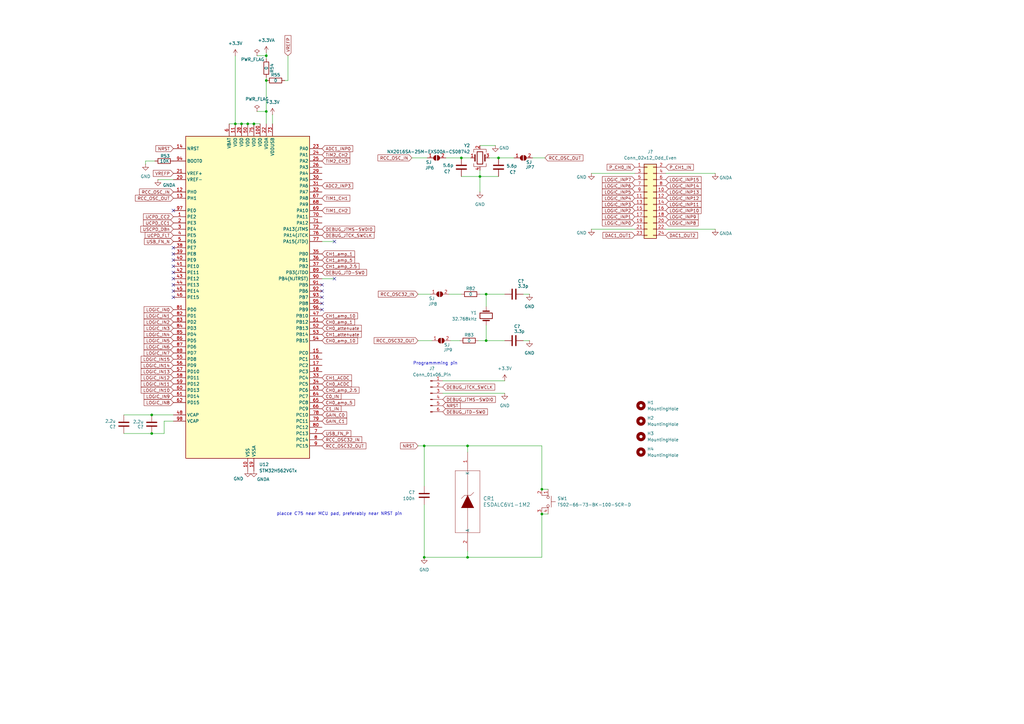
<source format=kicad_sch>
(kicad_sch (version 20250114) (generator "eeschema") (generator_version "9.0")
  (paper "A3")
  (lib_symbols
    (symbol "Connector:Conn_01x06_Pin" (pin_names (offset 1.016) (hide yes))
      (property "Reference" "J" (at 0 7.62 0))
      (property "Value" "Conn_01x06_Pin" (at 0 -10.16 0))
      (symbol "Conn_01x06_Pin_1_1"
        (rectangle (start 0.8636 5.207) (end 0 4.953) (stroke (width 0.1524)) (fill (type outline)))
        (rectangle (start 0.8636 2.667) (end 0 2.413) (stroke (width 0.1524)) (fill (type outline)))
        (rectangle (start 0.8636 0.127) (end 0 -0.127) (stroke (width 0.1524)) (fill (type outline)))
        (rectangle (start 0.8636 -2.413) (end 0 -2.667) (stroke (width 0.1524)) (fill (type outline)))
        (rectangle (start 0.8636 -4.953) (end 0 -5.207) (stroke (width 0.1524)) (fill (type outline)))
        (rectangle (start 0.8636 -7.493) (end 0 -7.747) (stroke (width 0.1524)) (fill (type outline)))
        (polyline (pts (xy 1.27 5.08) (xy 0.8636 5.08)) (stroke (width 0.1524)))
        (polyline (pts (xy 1.27 2.54) (xy 0.8636 2.54)) (stroke (width 0.1524)))
        (polyline (pts (xy 1.27 0) (xy 0.8636 0)) (stroke (width 0.1524)))
        (polyline (pts (xy 1.27 -2.54) (xy 0.8636 -2.54)) (stroke (width 0.1524)))
        (polyline (pts (xy 1.27 -5.08) (xy 0.8636 -5.08)) (stroke (width 0.1524)))
        (polyline (pts (xy 1.27 -7.62) (xy 0.8636 -7.62)) (stroke (width 0.1524)))
        (pin passive line (at 5.08 5.08 180) (length 3.81) (name "Pin_1") (number "1"))
        (pin passive line (at 5.08 2.54 180) (length 3.81) (name "Pin_2") (number "2"))
        (pin passive line (at 5.08 0 180) (length 3.81) (name "Pin_3") (number "3"))
        (pin passive line (at 5.08 -2.54 180) (length 3.81) (name "Pin_4") (number "4"))
        (pin passive line (at 5.08 -5.08 180) (length 3.81) (name "Pin_5") (number "5"))
        (pin passive line (at 5.08 -7.62 180) (length 3.81) (name "Pin_6") (number "6"))
      )
    )
    (symbol "Connector_Generic:Conn_02x12_Odd_Even" (pin_names (offset 1.016) (hide yes))
      (property "Reference" "J" (at 1.27 15.24 0))
      (property "Value" "Conn_02x12_Odd_Even" (at 1.27 -17.78 0))
      (symbol "Conn_02x12_Odd_Even_1_1"
        (rectangle (start -1.27 13.97) (end 3.81 -16.51) (stroke (width 0.254)) (fill (type background)))
        (rectangle (start -1.27 12.827) (end 0 12.573) (stroke (width 0.1524)))
        (rectangle (start -1.27 10.287) (end 0 10.033) (stroke (width 0.1524)))
        (rectangle (start -1.27 7.747) (end 0 7.493) (stroke (width 0.1524)))
        (rectangle (start -1.27 5.207) (end 0 4.953) (stroke (width 0.1524)))
        (rectangle (start -1.27 2.667) (end 0 2.413) (stroke (width 0.1524)))
        (rectangle (start -1.27 0.127) (end 0 -0.127) (stroke (width 0.1524)))
        (rectangle (start -1.27 -2.413) (end 0 -2.667) (stroke (width 0.1524)))
        (rectangle (start -1.27 -4.953) (end 0 -5.207) (stroke (width 0.1524)))
        (rectangle (start -1.27 -7.493) (end 0 -7.747) (stroke (width 0.1524)))
        (rectangle (start -1.27 -10.033) (end 0 -10.287) (stroke (width 0.1524)))
        (rectangle (start -1.27 -12.573) (end 0 -12.827) (stroke (width 0.1524)))
        (rectangle (start -1.27 -15.113) (end 0 -15.367) (stroke (width 0.1524)))
        (rectangle (start 3.81 12.827) (end 2.54 12.573) (stroke (width 0.1524)))
        (rectangle (start 3.81 10.287) (end 2.54 10.033) (stroke (width 0.1524)))
        (rectangle (start 3.81 7.747) (end 2.54 7.493) (stroke (width 0.1524)))
        (rectangle (start 3.81 5.207) (end 2.54 4.953) (stroke (width 0.1524)))
        (rectangle (start 3.81 2.667) (end 2.54 2.413) (stroke (width 0.1524)))
        (rectangle (start 3.81 0.127) (end 2.54 -0.127) (stroke (width 0.1524)))
        (rectangle (start 3.81 -2.413) (end 2.54 -2.667) (stroke (width 0.1524)))
        (rectangle (start 3.81 -4.953) (end 2.54 -5.207) (stroke (width 0.1524)))
        (rectangle (start 3.81 -7.493) (end 2.54 -7.747) (stroke (width 0.1524)))
        (rectangle (start 3.81 -10.033) (end 2.54 -10.287) (stroke (width 0.1524)))
        (rectangle (start 3.81 -12.573) (end 2.54 -12.827) (stroke (width 0.1524)))
        (rectangle (start 3.81 -15.113) (end 2.54 -15.367) (stroke (width 0.1524)))
        (pin passive line (at -5.08 12.7 0) (length 3.81) (name "Pin_1") (number "1"))
        (pin passive line (at -5.08 10.16 0) (length 3.81) (name "Pin_3") (number "3"))
        (pin passive line (at -5.08 7.62 0) (length 3.81) (name "Pin_5") (number "5"))
        (pin passive line (at -5.08 5.08 0) (length 3.81) (name "Pin_7") (number "7"))
        (pin passive line (at -5.08 2.54 0) (length 3.81) (name "Pin_9") (number "9"))
        (pin passive line (at -5.08 0 0) (length 3.81) (name "Pin_11") (number "11"))
        (pin passive line (at -5.08 -2.54 0) (length 3.81) (name "Pin_13") (number "13"))
        (pin passive line (at -5.08 -5.08 0) (length 3.81) (name "Pin_15") (number "15"))
        (pin passive line (at -5.08 -7.62 0) (length 3.81) (name "Pin_17") (number "17"))
        (pin passive line (at -5.08 -10.16 0) (length 3.81) (name "Pin_19") (number "19"))
        (pin passive line (at -5.08 -12.7 0) (length 3.81) (name "Pin_21") (number "21"))
        (pin passive line (at -5.08 -15.24 0) (length 3.81) (name "Pin_23") (number "23"))
        (pin passive line (at 7.62 12.7 180) (length 3.81) (name "Pin_2") (number "2"))
        (pin passive line (at 7.62 10.16 180) (length 3.81) (name "Pin_4") (number "4"))
        (pin passive line (at 7.62 7.62 180) (length 3.81) (name "Pin_6") (number "6"))
        (pin passive line (at 7.62 5.08 180) (length 3.81) (name "Pin_8") (number "8"))
        (pin passive line (at 7.62 2.54 180) (length 3.81) (name "Pin_10") (number "10"))
        (pin passive line (at 7.62 0 180) (length 3.81) (name "Pin_12") (number "12"))
        (pin passive line (at 7.62 -2.54 180) (length 3.81) (name "Pin_14") (number "14"))
        (pin passive line (at 7.62 -5.08 180) (length 3.81) (name "Pin_16") (number "16"))
        (pin passive line (at 7.62 -7.62 180) (length 3.81) (name "Pin_18") (number "18"))
        (pin passive line (at 7.62 -10.16 180) (length 3.81) (name "Pin_20") (number "20"))
        (pin passive line (at 7.62 -12.7 180) (length 3.81) (name "Pin_22") (number "22"))
        (pin passive line (at 7.62 -15.24 180) (length 3.81) (name "Pin_24") (number "24"))
      )
    )
    (symbol "Device:C" (pin_numbers (hide yes)) (pin_names (offset 0.254))
      (property "Reference" "C" (at 0.635 2.54 0))
      (property "Value" "C" (at 0.635 -2.54 0))
      (symbol "C_0_1"
        (polyline (pts (xy -2.032 0.762) (xy 2.032 0.762)) (stroke (width 0.508)))
        (polyline (pts (xy -2.032 -0.762) (xy 2.032 -0.762)) (stroke (width 0.508)))
      )
      (symbol "C_1_1"
        (pin passive line (at 0 3.81 270) (length 2.794) (name "~") (number "1"))
        (pin passive line (at 0 -3.81 90) (length 2.794) (name "~") (number "2"))
      )
    )
    (symbol "Device:Crystal" (pin_numbers (hide yes)) (pin_names (offset 1.016) (hide yes))
      (property "Reference" "Y" (at 0 3.81 0))
      (property "Value" "Crystal" (at 0 -3.81 0))
      (symbol "Crystal_0_1"
        (polyline (pts (xy -2.54 0) (xy -1.905 0)))
        (polyline (pts (xy -1.905 -1.27) (xy -1.905 1.27)) (stroke (width 0.508)))
        (rectangle (start -1.143 2.54) (end 1.143 -2.54) (stroke (width 0.3048)))
        (polyline (pts (xy 1.905 -1.27) (xy 1.905 1.27)) (stroke (width 0.508)))
        (polyline (pts (xy 2.54 0) (xy 1.905 0)))
      )
      (symbol "Crystal_1_1"
        (pin passive line (at -3.81 0 0) (length 1.27) (name "1") (number "1"))
        (pin passive line (at 3.81 0 180) (length 1.27) (name "2") (number "2"))
      )
    )
    (symbol "Device:Crystal_GND24" (pin_names (offset 1.016) (hide yes))
      (property "Reference" "Y" (at 3.175 5.08 0))
      (property "Value" "Crystal_GND24" (at 3.175 3.175 0))
      (symbol "Crystal_GND24_0_1"
        (polyline (pts (xy -2.54 2.286) (xy -2.54 3.556) (xy 2.54 3.556) (xy 2.54 2.286)))
        (polyline (pts (xy -2.54 0) (xy -2.032 0)))
        (polyline (pts (xy -2.54 -2.286) (xy -2.54 -3.556) (xy 2.54 -3.556) (xy 2.54 -2.286)))
        (polyline (pts (xy -2.032 -1.27) (xy -2.032 1.27)) (stroke (width 0.508)))
        (rectangle (start -1.143 2.54) (end 1.143 -2.54) (stroke (width 0.3048)))
        (polyline (pts (xy 0 3.556) (xy 0 3.81)))
        (polyline (pts (xy 0 -3.81) (xy 0 -3.556)))
        (polyline (pts (xy 2.032 0) (xy 2.54 0)))
        (polyline (pts (xy 2.032 -1.27) (xy 2.032 1.27)) (stroke (width 0.508)))
      )
      (symbol "Crystal_GND24_1_1"
        (pin passive line (at -3.81 0 0) (length 1.27) (name "1") (number "1"))
        (pin passive line (at 0 5.08 270) (length 1.27) (name "2") (number "2"))
        (pin passive line (at 0 -5.08 90) (length 1.27) (name "4") (number "4"))
        (pin passive line (at 3.81 0 180) (length 1.27) (name "3") (number "3"))
      )
    )
    (symbol "Device:R" (pin_numbers (hide yes)) (pin_names (offset 0))
      (property "Reference" "R" (at 2.032 0 90))
      (property "Value" "R" (at 0 0 90))
      (symbol "R_0_1"
        (rectangle (start -1.016 -2.54) (end 1.016 2.54) (stroke (width 0.254)))
      )
      (symbol "R_1_1"
        (pin passive line (at 0 3.81 270) (length 1.27) (name "~") (number "1"))
        (pin passive line (at 0 -3.81 90) (length 1.27) (name "~") (number "2"))
      )
    )
    (symbol "ESDALC6V1_1M2:ESDALC6V1-1M2" (pin_names (offset 0.254))
      (property "Reference" "CR" (at 20.32 10.16 0))
      (property "Value" "ESDALC6V1-1M2" (at 20.32 7.62 0))
      (symbol "ESDALC6V1-1M2_0_1"
        (polyline (pts (xy 7.62 5.08) (xy 7.62 -5.08)) (stroke (width 0.127)))
        (polyline (pts (xy 7.62 0) (xy 33.02 0)) (stroke (width 0.127)))
        (polyline (pts (xy 7.62 -5.08) (xy 33.02 -5.08)) (stroke (width 0.127)))
        (polyline (pts (xy 17.78 1.27) (xy 16.51 2.54)) (stroke (width 0.127)))
        (polyline (pts (xy 17.78 0) (xy 22.86 -2.54)) (stroke (width 0.127)))
        (polyline (pts (xy 17.78 0) (xy 22.86 2.54) (xy 22.86 -2.54)) (fill (type outline)))
        (polyline (pts (xy 17.78 -1.27) (xy 17.78 1.27)) (stroke (width 0.127)))
        (polyline (pts (xy 17.78 -1.27) (xy 19.05 -2.54)) (stroke (width 0.127)))
        (polyline (pts (xy 22.86 2.54) (xy 17.78 0)) (stroke (width 0.127)))
        (polyline (pts (xy 22.86 -2.54) (xy 22.86 2.54)) (stroke (width 0.127)))
        (polyline (pts (xy 33.02 5.08) (xy 7.62 5.08)) (stroke (width 0.127)))
        (polyline (pts (xy 33.02 -5.08) (xy 33.02 5.08)) (stroke (width 0.127)))
        (pin unspecified line (at 0 0 0) (length 7.62) (name "K") (number "1"))
        (pin unspecified line (at 40.64 0 180) (length 7.62) (name "A") (number "2"))
      )
    )
    (symbol "GND_1" (power) (pin_numbers (hide yes)) (pin_names (offset 0) (hide yes))
      (property "Value" "GND" (at 0 -3.81 0))
      (symbol "GND_1_0_1"
        (polyline (pts (xy 0 0) (xy 0 -1.27) (xy 1.27 -1.27) (xy 0 -2.54) (xy -1.27 -1.27) (xy 0 -1.27)))
      )
      (symbol "GND_1_1_1"
        (pin power_in line (at 0 0 270) (length 0) (name "~") (number "1"))
      )
    )
    (symbol "GND_2" (power) (pin_numbers (hide yes)) (pin_names (offset 0) (hide yes))
      (property "Value" "GND" (at 0 -3.81 0))
      (symbol "GND_2_0_1"
        (polyline (pts (xy 0 0) (xy 0 -1.27) (xy 1.27 -1.27) (xy 0 -2.54) (xy -1.27 -1.27) (xy 0 -1.27)))
      )
      (symbol "GND_2_1_1"
        (pin power_in line (at 0 0 270) (length 0) (name "~") (number "1"))
      )
    )
    (symbol "GND_3" (power) (pin_numbers (hide yes)) (pin_names (offset 0) (hide yes))
      (property "Value" "GND" (at 0 -3.81 0))
      (symbol "GND_3_0_1"
        (polyline (pts (xy 0 0) (xy 0 -1.27) (xy 1.27 -1.27) (xy 0 -2.54) (xy -1.27 -1.27) (xy 0 -1.27)))
      )
      (symbol "GND_3_1_1"
        (pin power_in line (at 0 0 270) (length 0) (name "~") (number "1"))
      )
    )
    (symbol "GND_4" (power) (pin_numbers (hide yes)) (pin_names (offset 0) (hide yes))
      (property "Value" "GND" (at 0 -3.81 0))
      (symbol "GND_4_0_1"
        (polyline (pts (xy 0 0) (xy 0 -1.27) (xy 1.27 -1.27) (xy 0 -2.54) (xy -1.27 -1.27) (xy 0 -1.27)))
      )
      (symbol "GND_4_1_1"
        (pin power_in line (at 0 0 270) (length 0) (name "~") (number "1"))
      )
    )
    (symbol "GND_5" (power) (pin_numbers (hide yes)) (pin_names (offset 0) (hide yes))
      (property "Value" "GND" (at 0 -3.81 0))
      (symbol "GND_5_0_1"
        (polyline (pts (xy 0 0) (xy 0 -1.27) (xy 1.27 -1.27) (xy 0 -2.54) (xy -1.27 -1.27) (xy 0 -1.27)))
      )
      (symbol "GND_5_1_1"
        (pin power_in line (at 0 0 270) (length 0) (name "~") (number "1"))
      )
    )
    (symbol "GND_6" (power) (pin_numbers (hide yes)) (pin_names (offset 0) (hide yes))
      (property "Value" "GND" (at 0 -3.81 0))
      (symbol "GND_6_0_1"
        (polyline (pts (xy 0 0) (xy 0 -1.27) (xy 1.27 -1.27) (xy 0 -2.54) (xy -1.27 -1.27) (xy 0 -1.27)))
      )
      (symbol "GND_6_1_1"
        (pin power_in line (at 0 0 270) (length 0) (name "~") (number "1"))
      )
    )
    (symbol "GND_7" (power) (pin_numbers (hide yes)) (pin_names (offset 0) (hide yes))
      (property "Value" "GND" (at 0 -3.81 0))
      (symbol "GND_7_0_1"
        (polyline (pts (xy 0 0) (xy 0 -1.27) (xy 1.27 -1.27) (xy 0 -2.54) (xy -1.27 -1.27) (xy 0 -1.27)))
      )
      (symbol "GND_7_1_1"
        (pin power_in line (at 0 0 270) (length 0) (name "~") (number "1"))
      )
    )
    (symbol "GND_8" (power) (pin_numbers (hide yes)) (pin_names (offset 0) (hide yes))
      (property "Value" "GND" (at 0 -3.81 0))
      (symbol "GND_8_0_1"
        (polyline (pts (xy 0 0) (xy 0 -1.27) (xy 1.27 -1.27) (xy 0 -2.54) (xy -1.27 -1.27) (xy 0 -1.27)))
      )
      (symbol "GND_8_1_1"
        (pin power_in line (at 0 0 270) (length 0) (name "~") (number "1"))
      )
    )
    (symbol "Jumper:SolderJumper_2_Open" (pin_names (offset 0) (hide yes))
      (property "Reference" "JP" (at 0 2.032 0))
      (property "Value" "SolderJumper_2_Open" (at 0 -2.54 0))
      (symbol "SolderJumper_2_Open_0_1"
        (polyline (pts (xy -0.254 1.016) (xy -0.254 -1.016)))
        (arc (start -0.254 -1.016) (mid -1.2656 0) (end -0.254 1.016))
        (arc (start -0.254 -1.016) (mid -1.2656 0) (end -0.254 1.016) (fill (type outline)))
        (arc (start 0.254 1.016) (mid 1.2656 0) (end 0.254 -1.016))
        (arc (start 0.254 1.016) (mid 1.2656 0) (end 0.254 -1.016) (fill (type outline)))
        (polyline (pts (xy 0.254 1.016) (xy 0.254 -1.016)))
      )
      (symbol "SolderJumper_2_Open_1_1"
        (pin passive line (at -3.81 0 0) (length 2.54) (name "A") (number "1"))
        (pin passive line (at 3.81 0 180) (length 2.54) (name "B") (number "2"))
      )
    )
    (symbol "MCU_ST_STM32H5:STM32H562VGTx"
      (property "Reference" "U" (at -25.4 67.31 0))
      (property "Value" "STM32H562VGTx" (at 12.7 67.31 0))
      (symbol "STM32H562VGTx_0_1"
        (rectangle (start -25.4 -66.04) (end 25.4 66.04) (stroke (width 0.254)) (fill (type background)))
      )
      (symbol "STM32H562VGTx_1_1"
        (pin input line (at -30.48 60.96 0) (length 5.08) (name "NRST") (number "14"))
        (pin input line (at -30.48 55.88 0) (length 5.08) (name "BOOT0") (number "94"))
        (pin input line (at -30.48 50.8 0) (length 5.08) (name "VREF+") (number "21"))
        (pin input line (at -30.48 48.26 0) (length 5.08) (name "VREF-") (number "20"))
        (pin bidirectional line (at -30.48 43.18 0) (length 5.08) (name "PH0") (number "12"))
        (pin bidirectional line (at -30.48 40.64 0) (length 5.08) (name "PH1") (number "13"))
        (pin bidirectional line (at -30.48 35.56 0) (length 5.08) (name "PE0") (number "97"))
        (pin bidirectional line (at -30.48 33.02 0) (length 5.08) (name "PE2") (number "1"))
        (pin bidirectional line (at -30.48 30.48 0) (length 5.08) (name "PE3") (number "2"))
        (pin bidirectional line (at -30.48 27.94 0) (length 5.08) (name "PE4") (number "3"))
        (pin bidirectional line (at -30.48 25.4 0) (length 5.08) (name "PE5") (number "4"))
        (pin bidirectional line (at -30.48 22.86 0) (length 5.08) (name "PE6") (number "5"))
        (pin bidirectional line (at -30.48 20.32 0) (length 5.08) (name "PE7") (number "38"))
        (pin bidirectional line (at -30.48 17.78 0) (length 5.08) (name "PE8") (number "39"))
        (pin bidirectional line (at -30.48 15.24 0) (length 5.08) (name "PE9") (number "40"))
        (pin bidirectional line (at -30.48 12.7 0) (length 5.08) (name "PE10") (number "41"))
        (pin bidirectional line (at -30.48 10.16 0) (length 5.08) (name "PE11") (number "42"))
        (pin bidirectional line (at -30.48 7.62 0) (length 5.08) (name "PE12") (number "43"))
        (pin bidirectional line (at -30.48 5.08 0) (length 5.08) (name "PE13") (number "44"))
        (pin bidirectional line (at -30.48 2.54 0) (length 5.08) (name "PE14") (number "45"))
        (pin bidirectional line (at -30.48 0 0) (length 5.08) (name "PE15") (number "46"))
        (pin bidirectional line (at -30.48 -5.08 0) (length 5.08) (name "PD0") (number "81"))
        (pin bidirectional line (at -30.48 -7.62 0) (length 5.08) (name "PD1") (number "82"))
        (pin bidirectional line (at -30.48 -10.16 0) (length 5.08) (name "PD2") (number "83"))
        (pin bidirectional line (at -30.48 -12.7 0) (length 5.08) (name "PD3") (number "84"))
        (pin bidirectional line (at -30.48 -15.24 0) (length 5.08) (name "PD4") (number "85"))
        (pin bidirectional line (at -30.48 -17.78 0) (length 5.08) (name "PD5") (number "86"))
        (pin bidirectional line (at -30.48 -20.32 0) (length 5.08) (name "PD6") (number "87"))
        (pin bidirectional line (at -30.48 -22.86 0) (length 5.08) (name "PD7") (number "88"))
        (pin bidirectional line (at -30.48 -25.4 0) (length 5.08) (name "PD8") (number "55"))
        (pin bidirectional line (at -30.48 -27.94 0) (length 5.08) (name "PD9") (number "56"))
        (pin bidirectional line (at -30.48 -30.48 0) (length 5.08) (name "PD10") (number "57"))
        (pin bidirectional line (at -30.48 -33.02 0) (length 5.08) (name "PD11") (number "58"))
        (pin bidirectional line (at -30.48 -35.56 0) (length 5.08) (name "PD12") (number "59"))
        (pin bidirectional line (at -30.48 -38.1 0) (length 5.08) (name "PD13") (number "60"))
        (pin bidirectional line (at -30.48 -40.64 0) (length 5.08) (name "PD14") (number "61"))
        (pin bidirectional line (at -30.48 -43.18 0) (length 5.08) (name "PD15") (number "62"))
        (pin power_out line (at -30.48 -48.26 0) (length 5.08) (name "VCAP") (number "48"))
        (pin power_out line (at -30.48 -50.8 0) (length 5.08) (name "VCAP") (number "98"))
        (pin power_in line (at -7.62 71.12 270) (length 5.08) (name "VBAT") (number "6"))
        (pin power_in line (at -5.08 71.12 270) (length 5.08) (name "VDD") (number "11"))
        (pin power_in line (at -2.54 71.12 270) (length 5.08) (name "VDD") (number "28"))
        (pin power_in line (at 0 71.12 270) (length 5.08) (name "VDD") (number "50"))
        (pin power_in line (at 0 -71.12 90) (length 5.08) (name "VSS") (number "10"))
        (pin passive line (at 0 -71.12 90) (length 5.08) (hide yes) (name "VSS") (number "27"))
        (pin passive line (at 0 -71.12 90) (length 5.08) (hide yes) (name "VSS") (number "49"))
        (pin passive line (at 0 -71.12 90) (length 5.08) (hide yes) (name "VSS") (number "74"))
        (pin passive line (at 0 -71.12 90) (length 5.08) (hide yes) (name "VSS") (number "99"))
        (pin power_in line (at 2.54 71.12 270) (length 5.08) (name "VDD") (number "75"))
        (pin power_in line (at 2.54 -71.12 90) (length 5.08) (name "VSSA") (number "19"))
        (pin power_in line (at 5.08 71.12 270) (length 5.08) (name "VDD") (number "100"))
        (pin power_in line (at 7.62 71.12 270) (length 5.08) (name "VDDA") (number "22"))
        (pin power_in line (at 10.16 71.12 270) (length 5.08) (name "VDDUSB") (number "73"))
        (pin bidirectional line (at 30.48 60.96 180) (length 5.08) (name "PA0") (number "23"))
        (pin bidirectional line (at 30.48 58.42 180) (length 5.08) (name "PA1") (number "24"))
        (pin bidirectional line (at 30.48 55.88 180) (length 5.08) (name "PA2") (number "25"))
        (pin bidirectional line (at 30.48 53.34 180) (length 5.08) (name "PA3") (number "26"))
        (pin bidirectional line (at 30.48 50.8 180) (length 5.08) (name "PA4") (number "29"))
        (pin bidirectional line (at 30.48 48.26 180) (length 5.08) (name "PA5") (number "30"))
        (pin bidirectional line (at 30.48 45.72 180) (length 5.08) (name "PA6") (number "31"))
        (pin bidirectional line (at 30.48 43.18 180) (length 5.08) (name "PA7") (number "32"))
        (pin bidirectional line (at 30.48 40.64 180) (length 5.08) (name "PA8") (number "67"))
        (pin bidirectional line (at 30.48 38.1 180) (length 5.08) (name "PA9") (number "68"))
        (pin bidirectional line (at 30.48 35.56 180) (length 5.08) (name "PA10") (number "69"))
        (pin bidirectional line (at 30.48 33.02 180) (length 5.08) (name "PA11") (number "70"))
        (pin bidirectional line (at 30.48 30.48 180) (length 5.08) (name "PA12") (number "71"))
        (pin bidirectional line (at 30.48 27.94 180) (length 5.08) (name "PA13(JTMS") (number "72"))
        (pin bidirectional line (at 30.48 25.4 180) (length 5.08) (name "PA14(JTCK") (number "76"))
        (pin bidirectional line (at 30.48 22.86 180) (length 5.08) (name "PA15(JTDI)") (number "77"))
        (pin bidirectional line (at 30.48 17.78 180) (length 5.08) (name "PB0") (number "35"))
        (pin bidirectional line (at 30.48 15.24 180) (length 5.08) (name "PB1") (number "36"))
        (pin bidirectional line (at 30.48 12.7 180) (length 5.08) (name "PB2") (number "37"))
        (pin bidirectional line (at 30.48 10.16 180) (length 5.08) (name "PB3(JTDO") (number "89"))
        (pin bidirectional line (at 30.48 7.62 180) (length 5.08) (name "PB4(NJTRST)") (number "90"))
        (pin bidirectional line (at 30.48 5.08 180) (length 5.08) (name "PB5") (number "91"))
        (pin bidirectional line (at 30.48 2.54 180) (length 5.08) (name "PB6") (number "92"))
        (pin bidirectional line (at 30.48 0 180) (length 5.08) (name "PB7") (number "93"))
        (pin bidirectional line (at 30.48 -2.54 180) (length 5.08) (name "PB8") (number "95"))
        (pin bidirectional line (at 30.48 -5.08 180) (length 5.08) (name "PB9") (number "96"))
        (pin bidirectional line (at 30.48 -7.62 180) (length 5.08) (name "PB10") (number "47"))
        (pin bidirectional line (at 30.48 -10.16 180) (length 5.08) (name "PB12") (number "51"))
        (pin bidirectional line (at 30.48 -12.7 180) (length 5.08) (name "PB13") (number "52"))
        (pin bidirectional line (at 30.48 -15.24 180) (length 5.08) (name "PB14") (number "53"))
        (pin bidirectional line (at 30.48 -17.78 180) (length 5.08) (name "PB15") (number "54"))
        (pin bidirectional line (at 30.48 -22.86 180) (length 5.08) (name "PC0") (number "15"))
        (pin bidirectional line (at 30.48 -25.4 180) (length 5.08) (name "PC1") (number "16"))
        (pin bidirectional line (at 30.48 -27.94 180) (length 5.08) (name "PC2") (number "17"))
        (pin bidirectional line (at 30.48 -30.48 180) (length 5.08) (name "PC3") (number "18"))
        (pin bidirectional line (at 30.48 -33.02 180) (length 5.08) (name "PC4") (number "33"))
        (pin bidirectional line (at 30.48 -35.56 180) (length 5.08) (name "PC5") (number "34"))
        (pin bidirectional line (at 30.48 -38.1 180) (length 5.08) (name "PC6") (number "63"))
        (pin bidirectional line (at 30.48 -40.64 180) (length 5.08) (name "PC7") (number "64"))
        (pin bidirectional line (at 30.48 -43.18 180) (length 5.08) (name "PC8") (number "65"))
        (pin bidirectional line (at 30.48 -45.72 180) (length 5.08) (name "PC9") (number "66"))
        (pin bidirectional line (at 30.48 -48.26 180) (length 5.08) (name "PC10") (number "78"))
        (pin bidirectional line (at 30.48 -50.8 180) (length 5.08) (name "PC11") (number "79"))
        (pin bidirectional line (at 30.48 -53.34 180) (length 5.08) (name "PC12") (number "80"))
        (pin bidirectional line (at 30.48 -55.88 180) (length 5.08) (name "PC13") (number "7"))
        (pin bidirectional line (at 30.48 -58.42 180) (length 5.08) (name "PC14") (number "8"))
        (pin bidirectional line (at 30.48 -60.96 180) (length 5.08) (name "PC15") (number "9"))
      )
    )
    (symbol "Mechanical:MountingHole" (pin_names (offset 1.016)) (exclude_from_sim yes) (in_bom no)
      (property "Reference" "H" (at 0 5.08 0))
      (property "Value" "MountingHole" (at 0 3.175 0))
      (symbol "MountingHole_0_1"
        (circle (center 0 0) (radius 1.27) (stroke (width 1.27)))
      )
    )
    (symbol "Switch:SW_MEC_5E" (pin_names (offset 1.016) (hide yes))
      (property "Reference" "SW" (at 0.635 5.715 0))
      (property "Value" "SW_MEC_5E" (at 0 -3.175 0))
      (symbol "SW_MEC_5E_0_1"
        (polyline (pts (xy -2.54 0) (xy -2.54 2.54) (xy -2.286 2.54)))
        (polyline (pts (xy -2.286 3.81) (xy 2.286 3.81)))
        (circle (center -1.778 2.54) (radius 0.508))
        (polyline (pts (xy 0 3.81) (xy 0 5.588)))
        (circle (center 1.778 2.54) (radius 0.508))
        (polyline (pts (xy 2.54 0) (xy 2.54 2.54) (xy 2.286 2.54)))
        (pin passive line (at -5.08 2.54 0) (length 2.54) (name "1") (number "1"))
        (pin passive line (at -5.08 0 0) (length 2.54) (name "2") (number "2"))
        (pin passive line (at 5.08 2.54 180) (length 2.54) (name "A") (number "4"))
        (pin passive line (at 5.08 0 180) (length 2.54) (name "K") (number "3"))
      )
    )
    (symbol "power:+3.3V" (power) (pin_numbers (hide yes)) (pin_names (offset 0) (hide yes))
      (property "Value" "+3.3V" (at 0 3.556 0))
      (symbol "+3.3V_0_1"
        (polyline (pts (xy -0.762 1.27) (xy 0 2.54)))
        (polyline (pts (xy 0 2.54) (xy 0.762 1.27)))
        (polyline (pts (xy 0 0) (xy 0 2.54)))
      )
      (symbol "+3.3V_1_1"
        (pin power_in line (at 0 0 90) (length 0) (name "~") (number "1"))
      )
    )
    (symbol "power:+3.3VA" (power) (pin_numbers (hide yes)) (pin_names (offset 0) (hide yes))
      (property "Value" "+3.3VA" (at 0 3.556 0))
      (symbol "+3.3VA_0_1"
        (polyline (pts (xy -0.762 1.27) (xy 0 2.54)))
        (polyline (pts (xy 0 2.54) (xy 0.762 1.27)))
        (polyline (pts (xy 0 0) (xy 0 2.54)))
      )
      (symbol "+3.3VA_1_1"
        (pin power_in line (at 0 0 90) (length 0) (name "~") (number "1"))
      )
    )
    (symbol "power:GND" (power) (pin_numbers (hide yes)) (pin_names (offset 0) (hide yes))
      (property "Value" "GND" (at 0 -3.81 0))
      (symbol "GND_0_1"
        (polyline (pts (xy 0 0) (xy 0 -1.27) (xy 1.27 -1.27) (xy 0 -2.54) (xy -1.27 -1.27) (xy 0 -1.27)))
      )
      (symbol "GND_1_1"
        (pin power_in line (at 0 0 270) (length 0) (name "~") (number "1"))
      )
    )
    (symbol "power:GNDA" (power) (pin_numbers (hide yes)) (pin_names (offset 0) (hide yes))
      (property "Value" "GNDA" (at 0 -3.81 0))
      (symbol "GNDA_0_1"
        (polyline (pts (xy 0 0) (xy 0 -1.27) (xy 1.27 -1.27) (xy 0 -2.54) (xy -1.27 -1.27) (xy 0 -1.27)))
      )
      (symbol "GNDA_1_1"
        (pin power_in line (at 0 0 270) (length 0) (name "~") (number "1"))
      )
    )
    (symbol "power:PWR_FLAG" (power) (pin_numbers (hide yes)) (pin_names (offset 0) (hide yes))
      (property "Value" "PWR_FLAG" (at 0 3.81 0))
      (symbol "PWR_FLAG_0_0"
        (pin power_out line (at 0 0 90) (length 0) (name "~") (number "1"))
      )
      (symbol "PWR_FLAG_0_1"
        (polyline (pts (xy 0 0) (xy 0 1.27) (xy -1.016 1.905) (xy 0 2.54) (xy 1.016 1.905) (xy 0 1.27)))
      )
    )
  )
  (text "placce C75 near MCU pad, preferably near NRST pin\n" (at 139.192 210.82 0) (effects (font (size 1.27 1.27))))
  (text "Programmming pin\n" (at 178.562 149.098 0) (effects (font (size 1.27 1.27))))
  (junction (at 109.22 33.02))
  (junction (at 99.06 50.8))
  (junction (at 222.25 200.66))
  (junction (at 62.23 177.8))
  (junction (at 62.23 170.18))
  (junction (at 222.25 210.82))
  (junction (at 191.77 182.88))
  (junction (at 199.39 120.65))
  (junction (at 173.99 182.88))
  (junction (at 204.47 64.77))
  (junction (at 191.77 228.6))
  (junction (at 199.39 139.7))
  (junction (at 189.23 64.77))
  (junction (at 104.14 50.8))
  (junction (at 109.22 22.86))
  (junction (at 101.6 50.8))
  (junction (at 109.22 45.72))
  (junction (at 173.99 228.6))
  (junction (at 196.85 72.39))
  (junction (at 96.52 50.8))
  (no_connect (at 71.12 101.6))
  (no_connect (at 132.08 121.92))
  (no_connect (at 132.08 127))
  (no_connect (at 132.08 116.84))
  (no_connect (at 71.12 106.68))
  (no_connect (at 71.12 86.36))
  (no_connect (at 132.08 119.38))
  (no_connect (at 71.12 116.84))
  (no_connect (at 137.16 114.3))
  (no_connect (at 71.12 111.76))
  (no_connect (at 71.12 109.22))
  (no_connect (at 71.12 119.38))
  (no_connect (at 71.12 121.92))
  (no_connect (at 132.08 124.46))
  (no_connect (at 71.12 104.14))
  (no_connect (at 71.12 114.3))
  (no_connect (at 137.16 99.06))
  (wire (pts (xy 181.61 161.29) (xy 207.01 161.29)))
  (wire (pts (xy 50.8 177.8) (xy 62.23 177.8)))
  (wire (pts (xy 191.77 226.06) (xy 191.77 228.6)))
  (wire (pts (xy 273.05 71.12) (xy 293.37 71.12)))
  (wire (pts (xy 137.16 99.06) (xy 132.08 99.06)))
  (wire (pts (xy 173.99 182.88) (xy 191.77 182.88)))
  (wire (pts (xy 109.22 21.59) (xy 109.22 22.86)))
  (wire (pts (xy 214.63 139.7) (xy 217.17 139.7)))
  (wire (pts (xy 242.57 93.98) (xy 260.35 93.98)))
  (wire (pts (xy 62.23 170.18) (xy 71.12 170.18)))
  (wire (pts (xy 222.25 210.82) (xy 224.79 210.82)))
  (wire (pts (xy 196.85 72.39) (xy 196.85 69.85)))
  (wire (pts (xy 184.785 139.7) (xy 188.595 139.7)))
  (wire (pts (xy 62.23 177.8) (xy 67.31 177.8)))
  (wire (pts (xy 109.22 31.75) (xy 109.22 33.02)))
  (wire (pts (xy 59.69 66.04) (xy 63.5 66.04)))
  (wire (pts (xy 196.85 72.39) (xy 204.47 72.39)))
  (wire (pts (xy 196.85 120.65) (xy 199.39 120.65)))
  (wire (pts (xy 116.84 33.02) (xy 118.11 33.02)))
  (wire (pts (xy 189.23 64.77) (xy 193.04 64.77)))
  (wire (pts (xy 203.2 59.69) (xy 196.85 59.69)))
  (wire (pts (xy 191.77 182.88) (xy 222.25 182.88)))
  (wire (pts (xy 222.25 228.6) (xy 191.77 228.6)))
  (wire (pts (xy 96.52 22.86) (xy 96.52 50.8)))
  (wire (pts (xy 204.47 64.77) (xy 210.82 64.77)))
  (wire (pts (xy 222.25 200.66) (xy 224.79 200.66)))
  (wire (pts (xy 173.99 228.6) (xy 191.77 228.6)))
  (wire (pts (xy 71.12 172.72) (xy 67.31 172.72)))
  (wire (pts (xy 101.6 50.8) (xy 104.14 50.8)))
  (wire (pts (xy 222.25 210.82) (xy 222.25 228.6)))
  (wire (pts (xy 199.39 139.7) (xy 207.01 139.7)))
  (wire (pts (xy 199.39 120.65) (xy 199.39 125.73)))
  (wire (pts (xy 171.45 139.7) (xy 177.165 139.7)))
  (wire (pts (xy 181.61 156.21) (xy 207.01 156.21)))
  (wire (pts (xy 99.06 50.8) (xy 101.6 50.8)))
  (wire (pts (xy 137.16 114.3) (xy 132.08 114.3)))
  (wire (pts (xy 218.44 64.77) (xy 223.52 64.77)))
  (wire (pts (xy 59.69 67.31) (xy 59.69 66.04)))
  (wire (pts (xy 214.63 120.65) (xy 217.17 120.65)))
  (wire (pts (xy 200.66 64.77) (xy 204.47 64.77)))
  (wire (pts (xy 67.31 177.8) (xy 67.31 172.72)))
  (wire (pts (xy 196.85 78.74) (xy 196.85 72.39)))
  (wire (pts (xy 171.45 182.88) (xy 173.99 182.88)))
  (wire (pts (xy 96.52 50.8) (xy 93.98 50.8)))
  (wire (pts (xy 105.41 45.72) (xy 109.22 45.72)))
  (wire (pts (xy 196.215 139.7) (xy 199.39 139.7)))
  (wire (pts (xy 199.39 133.35) (xy 199.39 139.7)))
  (wire (pts (xy 168.91 64.77) (xy 175.26 64.77)))
  (wire (pts (xy 104.14 50.8) (xy 106.68 50.8)))
  (wire (pts (xy 105.41 22.86) (xy 109.22 22.86)))
  (wire (pts (xy 222.25 182.88) (xy 222.25 200.66)))
  (wire (pts (xy 111.76 46.99) (xy 111.76 50.8)))
  (wire (pts (xy 50.8 170.18) (xy 62.23 170.18)))
  (wire (pts (xy 189.23 72.39) (xy 196.85 72.39)))
  (wire (pts (xy 64.77 73.66) (xy 71.12 73.66)))
  (wire (pts (xy 199.39 120.65) (xy 207.01 120.65)))
  (wire (pts (xy 191.77 182.88) (xy 191.77 185.42)))
  (wire (pts (xy 171.45 120.65) (xy 176.53 120.65)))
  (wire (pts (xy 109.22 22.86) (xy 109.22 24.13)))
  (wire (pts (xy 109.22 45.72) (xy 109.22 50.8)))
  (wire (pts (xy 109.22 33.02) (xy 109.22 45.72)))
  (wire (pts (xy 173.99 207.01) (xy 173.99 228.6)))
  (wire (pts (xy 273.05 93.98) (xy 293.37 93.98)))
  (wire (pts (xy 184.15 120.65) (xy 189.23 120.65)))
  (wire (pts (xy 96.52 50.8) (xy 99.06 50.8)))
  (wire (pts (xy 182.88 64.77) (xy 189.23 64.77)))
  (wire (pts (xy 242.57 71.12) (xy 260.35 71.12)))
  (wire (pts (xy 173.99 182.88) (xy 173.99 199.39)))
  (wire (pts (xy 118.11 33.02) (xy 118.11 22.86)))
  (global_label "DEBUG_JTCK_SWCLK" (shape input) (at 132.08 96.52 0) (property "Intersheetrefs" "${INTERSHEET_REFS}" (effects (hide yes))))
  (global_label "LOGIC_IN12" (shape input) (at 71.12 154.94 180) (property "Intersheetrefs" "${INTERSHEET_REFS}" (effects (hide yes))))
  (global_label "DEBUG_JTCK_SWCLK" (shape input) (at 181.61 158.75 0) (property "Intersheetrefs" "${INTERSHEET_REFS}" (effects (hide yes))))
  (global_label "P_CH1_IN" (shape input) (at 273.05 68.58 0) (property "Intersheetrefs" "${INTERSHEET_REFS}" (effects (hide yes))))
  (global_label "ADC2_INP3" (shape input) (at 132.08 76.2 0) (property "Intersheetrefs" "${INTERSHEET_REFS}" (effects (hide yes))))
  (global_label "LOGIC_INP6" (shape input) (at 260.35 76.2 180) (property "Intersheetrefs" "${INTERSHEET_REFS}" (effects (hide yes))))
  (global_label "CH0_amp_5" (shape input) (at 132.08 165.1 0) (property "Intersheetrefs" "${INTERSHEET_REFS}" (effects (hide yes))))
  (global_label "CH1_attenuate" (shape input) (at 132.08 137.16 0) (property "Intersheetrefs" "${INTERSHEET_REFS}" (effects (hide yes))))
  (global_label "LOGIC_IN10" (shape input) (at 71.12 160.02 180) (property "Intersheetrefs" "${INTERSHEET_REFS}" (effects (hide yes))))
  (global_label "TIM2_CH3" (shape input) (at 132.08 66.04 0) (property "Intersheetrefs" "${INTERSHEET_REFS}" (effects (hide yes))))
  (global_label "LOGIC_INP2" (shape input) (at 260.35 86.36 180) (property "Intersheetrefs" "${INTERSHEET_REFS}" (effects (hide yes))))
  (global_label "RCC_OSC32_OUT" (shape input) (at 171.45 139.7 180) (property "Intersheetrefs" "${INTERSHEET_REFS}" (effects (hide yes))))
  (global_label "LOGIC_IN0" (shape input) (at 71.12 127 180) (property "Intersheetrefs" "${INTERSHEET_REFS}" (effects (hide yes))))
  (global_label "LOGIC_INP12" (shape input) (at 273.05 81.28 0) (property "Intersheetrefs" "${INTERSHEET_REFS}" (effects (hide yes))))
  (global_label "CH1_ACDC" (shape input) (at 132.08 154.94 0) (property "Intersheetrefs" "${INTERSHEET_REFS}" (effects (hide yes))))
  (global_label "CH0_amp_10" (shape input) (at 132.08 139.7 0) (property "Intersheetrefs" "${INTERSHEET_REFS}" (effects (hide yes))))
  (global_label "C1_IN" (shape input) (at 132.08 167.64 0) (property "Intersheetrefs" "${INTERSHEET_REFS}" (effects (hide yes))))
  (global_label "TIM1_CH2" (shape input) (at 132.08 86.36 0) (property "Intersheetrefs" "${INTERSHEET_REFS}" (effects (hide yes))))
  (global_label "TIM2_CH2" (shape input) (at 132.08 63.5 0) (property "Intersheetrefs" "${INTERSHEET_REFS}" (effects (hide yes))))
  (global_label "CH0_attenuate" (shape input) (at 132.08 134.62 0) (property "Intersheetrefs" "${INTERSHEET_REFS}" (effects (hide yes))))
  (global_label "CH0_amp_1" (shape input) (at 132.08 132.08 0) (property "Intersheetrefs" "${INTERSHEET_REFS}" (effects (hide yes))))
  (global_label "DEBUG_JTD-SW0" (shape input) (at 181.61 168.91 0) (property "Intersheetrefs" "${INTERSHEET_REFS}" (effects (hide yes))))
  (global_label "VREFP" (shape input) (at 118.11 22.86 90) (property "Intersheetrefs" "${INTERSHEET_REFS}" (effects (hide yes))))
  (global_label "RCC_OSC32_IN" (shape input) (at 171.45 120.65 180) (property "Intersheetrefs" "${INTERSHEET_REFS}" (effects (hide yes))))
  (global_label "LOGIC_IN13" (shape input) (at 71.12 152.4 180) (property "Intersheetrefs" "${INTERSHEET_REFS}" (effects (hide yes))))
  (global_label "CH0_ACDC" (shape input) (at 132.08 157.48 0) (property "Intersheetrefs" "${INTERSHEET_REFS}" (effects (hide yes))))
  (global_label "LOGIC_IN1" (shape input) (at 71.12 129.54 180) (property "Intersheetrefs" "${INTERSHEET_REFS}" (effects (hide yes))))
  (global_label "LOGIC_IN14" (shape input) (at 71.12 149.86 180) (property "Intersheetrefs" "${INTERSHEET_REFS}" (effects (hide yes))))
  (global_label "LOGIC_IN11" (shape input) (at 71.12 157.48 180) (property "Intersheetrefs" "${INTERSHEET_REFS}" (effects (hide yes))))
  (global_label "DEBUG_JTMS-SWDI0" (shape input) (at 132.08 93.98 0) (property "Intersheetrefs" "${INTERSHEET_REFS}" (effects (hide yes))))
  (global_label "LOGIC_IN4" (shape input) (at 71.12 137.16 180) (property "Intersheetrefs" "${INTERSHEET_REFS}" (effects (hide yes))))
  (global_label "NRST" (shape input) (at 171.45 182.88 180) (property "Intersheetrefs" "${INTERSHEET_REFS}" (effects (hide yes))))
  (global_label "RCC_OSC_IN" (shape input) (at 71.12 78.74 180) (property "Intersheetrefs" "${INTERSHEET_REFS}" (effects (hide yes))))
  (global_label "LOGIC_IN9" (shape input) (at 71.12 162.56 180) (property "Intersheetrefs" "${INTERSHEET_REFS}" (effects (hide yes))))
  (global_label "LOGIC_IN2" (shape input) (at 71.12 132.08 180) (property "Intersheetrefs" "${INTERSHEET_REFS}" (effects (hide yes))))
  (global_label "LOGIC_INP1" (shape input) (at 260.35 88.9 180) (property "Intersheetrefs" "${INTERSHEET_REFS}" (effects (hide yes))))
  (global_label "USB_FN_P" (shape input) (at 132.08 177.8 0) (property "Intersheetrefs" "${INTERSHEET_REFS}" (effects (hide yes))))
  (global_label "LOGIC_IN15" (shape input) (at 71.12 147.32 180) (property "Intersheetrefs" "${INTERSHEET_REFS}" (effects (hide yes))))
  (global_label "TIM1_CH1" (shape input) (at 132.08 81.28 0) (property "Intersheetrefs" "${INTERSHEET_REFS}" (effects (hide yes))))
  (global_label "DAC1_OUT1" (shape input) (at 260.35 96.52 180) (property "Intersheetrefs" "${INTERSHEET_REFS}" (effects (hide yes))))
  (global_label "LOGIC_INP14" (shape input) (at 273.05 76.2 0) (property "Intersheetrefs" "${INTERSHEET_REFS}" (effects (hide yes))))
  (global_label "P_CH0_IN" (shape input) (at 260.35 68.58 180) (property "Intersheetrefs" "${INTERSHEET_REFS}" (effects (hide yes))))
  (global_label "DEBUG_JTMS-SWDI0" (shape input) (at 181.61 163.83 0) (property "Intersheetrefs" "${INTERSHEET_REFS}" (effects (hide yes))))
  (global_label "USCPD_DBn" (shape input) (at 71.12 93.98 180) (property "Intersheetrefs" "${INTERSHEET_REFS}" (effects (hide yes))))
  (global_label "RCC_OSC32_OUT" (shape input) (at 132.08 182.88 0) (property "Intersheetrefs" "${INTERSHEET_REFS}" (effects (hide yes))))
  (global_label "LOGIC_IN3" (shape input) (at 71.12 134.62 180) (property "Intersheetrefs" "${INTERSHEET_REFS}" (effects (hide yes))))
  (global_label "RCC_OSC_OUT" (shape input) (at 71.12 81.28 180) (property "Intersheetrefs" "${INTERSHEET_REFS}" (effects (hide yes))))
  (global_label "RCC_OSC32_IN" (shape input) (at 132.08 180.34 0) (property "Intersheetrefs" "${INTERSHEET_REFS}" (effects (hide yes))))
  (global_label "CH1_amp_10" (shape input) (at 132.08 129.54 0) (property "Intersheetrefs" "${INTERSHEET_REFS}" (effects (hide yes))))
  (global_label "VREFP" (shape input) (at 71.12 71.12 180) (property "Intersheetrefs" "${INTERSHEET_REFS}" (effects (hide yes))))
  (global_label "LOGIC_INP10" (shape input) (at 273.05 86.36 0) (property "Intersheetrefs" "${INTERSHEET_REFS}" (effects (hide yes))))
  (global_label "LOGIC_INP0" (shape input) (at 260.35 91.44 180) (property "Intersheetrefs" "${INTERSHEET_REFS}" (effects (hide yes))))
  (global_label "LOGIC_IN8" (shape input) (at 71.12 165.1 180) (property "Intersheetrefs" "${INTERSHEET_REFS}" (effects (hide yes))))
  (global_label "NRST" (shape input) (at 181.61 166.37 0) (property "Intersheetrefs" "${INTERSHEET_REFS}" (effects (hide yes))))
  (global_label "CH1_amp_1" (shape input) (at 132.08 104.14 0) (property "Intersheetrefs" "${INTERSHEET_REFS}" (effects (hide yes))))
  (global_label "LOGIC_INP3" (shape input) (at 260.35 83.82 180) (property "Intersheetrefs" "${INTERSHEET_REFS}" (effects (hide yes))))
  (global_label "LOGIC_INP13" (shape input) (at 273.05 78.74 0) (property "Intersheetrefs" "${INTERSHEET_REFS}" (effects (hide yes))))
  (global_label "LOGIC_INP11" (shape input) (at 273.05 83.82 0) (property "Intersheetrefs" "${INTERSHEET_REFS}" (effects (hide yes))))
  (global_label "UCPD_FLT" (shape input) (at 71.12 96.52 180) (property "Intersheetrefs" "${INTERSHEET_REFS}" (effects (hide yes))))
  (global_label "LOGIC_IN6" (shape input) (at 71.12 142.24 180) (property "Intersheetrefs" "${INTERSHEET_REFS}" (effects (hide yes))))
  (global_label "NRST" (shape input) (at 71.12 60.96 180) (property "Intersheetrefs" "${INTERSHEET_REFS}" (effects (hide yes))))
  (global_label "CH1_amp_2.5" (shape input) (at 132.08 109.22 0) (property "Intersheetrefs" "${INTERSHEET_REFS}" (effects (hide yes))))
  (global_label "CH1_amp_5" (shape input) (at 132.08 106.68 0) (property "Intersheetrefs" "${INTERSHEET_REFS}" (effects (hide yes))))
  (global_label "LOGIC_INP4" (shape input) (at 260.35 81.28 180) (property "Intersheetrefs" "${INTERSHEET_REFS}" (effects (hide yes))))
  (global_label "UCPD_CC2" (shape input) (at 71.12 88.9 180) (property "Intersheetrefs" "${INTERSHEET_REFS}" (effects (hide yes))))
  (global_label "LOGIC_IN5" (shape input) (at 71.12 139.7 180) (property "Intersheetrefs" "${INTERSHEET_REFS}" (effects (hide yes))))
  (global_label "LOGIC_INP8" (shape input) (at 273.05 91.44 0) (property "Intersheetrefs" "${INTERSHEET_REFS}" (effects (hide yes))))
  (global_label "CH0_amp_2.5" (shape input) (at 132.08 160.02 0) (property "Intersheetrefs" "${INTERSHEET_REFS}" (effects (hide yes))))
  (global_label "RCC_OSC_OUT" (shape input) (at 223.52 64.77 0) (property "Intersheetrefs" "${INTERSHEET_REFS}" (effects (hide yes))))
  (global_label "LOGIC_IN7" (shape input) (at 71.12 144.78 180) (property "Intersheetrefs" "${INTERSHEET_REFS}" (effects (hide yes))))
  (global_label "LOGIC_INP15" (shape input) (at 273.05 73.66 0) (property "Intersheetrefs" "${INTERSHEET_REFS}" (effects (hide yes))))
  (global_label "GAIN_C1" (shape input) (at 132.08 172.72 0) (property "Intersheetrefs" "${INTERSHEET_REFS}" (effects (hide yes))))
  (global_label "LOGIC_INP7" (shape input) (at 260.35 73.66 180) (property "Intersheetrefs" "${INTERSHEET_REFS}" (effects (hide yes))))
  (global_label "LOGIC_INP9" (shape input) (at 273.05 88.9 0) (property "Intersheetrefs" "${INTERSHEET_REFS}" (effects (hide yes))))
  (global_label "RCC_OSC_IN" (shape input) (at 168.91 64.77 180) (property "Intersheetrefs" "${INTERSHEET_REFS}" (effects (hide yes))))
  (global_label "C0_IN" (shape input) (at 132.08 162.56 0) (property "Intersheetrefs" "${INTERSHEET_REFS}" (effects (hide yes))))
  (global_label "ADC1_INP0" (shape input) (at 132.08 60.96 0) (property "Intersheetrefs" "${INTERSHEET_REFS}" (effects (hide yes))))
  (global_label "LOGIC_INP5" (shape input) (at 260.35 78.74 180) (property "Intersheetrefs" "${INTERSHEET_REFS}" (effects (hide yes))))
  (global_label "GAIN_C0" (shape input) (at 132.08 170.18 0) (property "Intersheetrefs" "${INTERSHEET_REFS}" (effects (hide yes))))
  (global_label "DEBUG_JTD-SW0" (shape input) (at 132.08 111.76 0) (property "Intersheetrefs" "${INTERSHEET_REFS}" (effects (hide yes))))
  (global_label "DAC1_OUT2" (shape input) (at 273.05 96.52 0) (property "Intersheetrefs" "${INTERSHEET_REFS}" (effects (hide yes))))
  (global_label "UCPD_CC1" (shape input) (at 71.12 91.44 180) (property "Intersheetrefs" "${INTERSHEET_REFS}" (effects (hide yes))))
  (global_label "USB_FN_N" (shape input) (at 71.12 99.06 180) (property "Intersheetrefs" "${INTERSHEET_REFS}" (effects (hide yes))))
  (symbol (lib_id "Connector_Generic:Conn_02x12_Odd_Even") (at 265.43 81.28 0) (unit 1)
    (property "Reference" "J?" (at 266.7 62.23 0))
    (property "Value" "Conn_02x12_Odd_Even" (at 266.7 64.77 0))
    (property "Footprint" "userfp:OST_302-R241" (effects (hide yes)))
    (property "Description" "Generic connector, double row, 02x12, odd/even pin numbering scheme (row 1 odd numbers, row 2 even numbers), script generated (kicad-library-utils/schlib/autogen/connector/)" (effects (hide yes)))
  )
  (symbol (lib_id "Jumper:SolderJumper_2_Open") (at 180.975 139.7 0) (unit 1)
    (property "Reference" "JP9" (at 185.547 143.51 0) (effects (justify right)))
    (property "Value" "SJ" (at 184.531 141.478 0) (effects (justify right)))
    (property "Footprint" "Jumper:SolderJumper-2_P1.3mm_Open_RoundedPad1.0x1.5mm" (effects (hide yes)))
  )
  (symbol (lib_name "GND_7") (lib_id "power:GND") (at 59.69 67.31 0) (unit 1)
    (property "Reference" "#PWR069" (effects (hide yes)))
    (property "Value" "GND" (at 59.69 72.39 0))
    (property "Description" "Power symbol creates a global label with name \"GND\" , ground" (effects (hide yes)))
  )
  (symbol (lib_id "Device:C") (at 50.8 173.99 180) (unit 1)
    (property "Reference" "C?" (at 47.498 175.006 0) (effects (justify left)))
    (property "Value" "2.2u" (at 47.498 172.72 0) (effects (justify left)))
    (property "Footprint" "Diode_SMD:D_0805_2012Metric_Pad1.15x1.40mm_HandSolder" (effects (hide yes)))
  )
  (symbol (lib_id "power:GNDA") (at 104.14 193.04 0) (unit 1)
    (property "Reference" "#PWR071" (effects (hide yes)))
    (property "Value" "GNDA" (at 107.95 196.596 0))
    (property "Description" "Power symbol creates a global label with name \"GNDA\" , analog ground" (effects (hide yes)))
  )
  (symbol (lib_id "Device:R") (at 192.405 139.7 270) (unit 1)
    (property "Reference" "R83" (at 192.405 137.414 90))
    (property "Value" "0" (at 192.405 139.7 90))
    (property "Footprint" "Resistor_SMD:R_0603_1608Metric_Pad0.98x0.95mm_HandSolder" (effects (hide yes)))
  )
  (symbol (lib_name "GND_1") (lib_id "power:GND") (at 242.57 93.98 0) (unit 1)
    (property "Reference" "#PWR0144" (effects (hide yes)))
    (property "Value" "GND" (at 236.474 95.504 0) (effects (justify left)))
    (property "Description" "Power symbol creates a global label with name \"GND\" , ground" (effects (hide yes)))
  )
  (symbol (lib_id "Device:Crystal_GND24") (at 196.85 64.77 0) (unit 1)
    (property "Reference" "Y2" (at 191.516 59.69 0))
    (property "Value" "NX2016SA-25M-EXS00A-CS08742" (at 175.768 62.23 0))
    (property "Footprint" "userfp:NX2016SA_NDK" (effects (hide yes)))
    (property "Datasheet" "https://www.ndk.com/en/products/upload/lineup/pdf/NDKX03-00014_en.pdf" (effects (hide yes)))
    (property "Description" "Four pin crystal, GND on pins 2 and 4" (effects (hide yes)))
  )
  (symbol (lib_id "Mechanical:MountingHole") (at 262.89 172.72 0) (unit 1) (exclude_from_sim yes) (in_bom no)
    (property "Reference" "H2" (at 265.43 171.4499 0) (effects (justify left)))
    (property "Value" "MountingHole" (at 265.43 173.9899 0) (effects (justify left)))
    (property "Footprint" "MountingHole:MountingHole_2.2mm_M2" (effects (hide yes)))
    (property "Description" "Mounting Hole without connection" (effects (hide yes)))
  )
  (symbol (lib_name "GND_3") (lib_id "power:GND") (at 217.17 120.65 0) (unit 1)
    (property "Reference" "#PWR074" (effects (hide yes)))
    (property "Value" "GND" (at 217.17 125.73 0))
    (property "Description" "Power symbol creates a global label with name \"GND\" , ground" (effects (hide yes)))
  )
  (symbol (lib_id "Jumper:SolderJumper_2_Open") (at 180.34 120.65 0) (unit 1)
    (property "Reference" "JP8" (at 179.324 124.714 0) (effects (justify right)))
    (property "Value" "SJ" (at 178.308 122.428 0) (effects (justify right)))
    (property "Footprint" "Jumper:SolderJumper-2_P1.3mm_Open_RoundedPad1.0x1.5mm" (effects (hide yes)))
  )
  (symbol (lib_id "power:+3.3V") (at 111.76 46.99 0) (unit 1)
    (property "Reference" "#PWR0159" (effects (hide yes)))
    (property "Value" "+3.3V" (at 111.76 41.91 0))
    (property "Description" "Power symbol creates a global label with name \"+3.3V\"" (effects (hide yes)))
  )
  (symbol (lib_id "power:PWR_FLAG") (at 105.41 45.72 0) (unit 1)
    (property "Reference" "#FLG03" (effects (hide yes)))
    (property "Value" "PWR_FLAG" (at 105.41 40.64 0))
    (property "Description" "Special symbol for telling ERC where power comes from" (effects (hide yes)))
  )
  (symbol (lib_name "GND_2") (lib_id "power:GND") (at 203.2 59.69 0) (unit 1)
    (property "Reference" "#PWR0141" (effects (hide yes)))
    (property "Value" "GND" (at 206.756 60.706 0))
    (property "Description" "Power symbol creates a global label with name \"GND\" , ground" (effects (hide yes)))
  )
  (symbol (lib_id "power:GNDA") (at 64.77 73.66 0) (unit 1)
    (property "Reference" "#PWR0142" (effects (hide yes)))
    (property "Value" "GNDA" (at 69.342 75.946 0))
    (property "Description" "Power symbol creates a global label with name \"GNDA\" , analog ground" (effects (hide yes)))
  )
  (symbol (lib_id "Device:C") (at 210.82 120.65 270) (unit 1)
    (property "Reference" "C?" (at 212.344 115.316 90) (effects (justify left)))
    (property "Value" "3.3p" (at 212.344 117.348 90) (effects (justify left)))
    (property "Footprint" "Capacitor_SMD:C_0201_0603Metric_Pad0.64x0.40mm_HandSolder" (effects (hide yes)))
  )
  (symbol (lib_id "MCU_ST_STM32H5:STM32H562VGTx") (at 101.6 121.92 0) (unit 1)
    (property "Reference" "U12" (at 106.2833 190.5 0) (effects (justify left)))
    (property "Value" "STM32H562VGTx" (at 106.2833 193.04 0) (effects (justify left)))
    (property "Footprint" "Package_QFP:LQFP-100_14x14mm_P0.5mm" (effects (hide yes)))
    (property "Datasheet" "https://www.st.com/resource/en/datasheet/stm32h562vg.pdf" (effects (hide yes)))
    (property "Description" "STMicroelectronics Arm Cortex-M33 MCU, 1024KB flash, 640KB RAM, 80 GPIO, LQFP100" (effects (hide yes)))
  )
  (symbol (lib_id "Device:R") (at 67.31 66.04 90) (unit 1)
    (property "Reference" "R53" (at 67.7164 63.9826 90))
    (property "Value" "10K" (at 67.5132 66.0654 90))
    (property "Footprint" "Resistor_SMD:R_0603_1608Metric" (effects (hide yes)))
  )
  (symbol (lib_id "Device:C") (at 173.99 203.2 0) (mirror y) (unit 1)
    (property "Reference" "C?" (at 170.18 201.9299 0) (effects (justify left)))
    (property "Value" "100n" (at 170.18 204.4699 0) (effects (justify left)))
    (property "Footprint" "Capacitor_SMD:C_0603_1608Metric_Pad1.08x0.95mm_HandSolder" (effects (hide yes)))
  )
  (symbol (lib_id "Device:C") (at 62.23 173.99 180) (unit 1)
    (property "Reference" "C?" (at 58.928 175.006 0) (effects (justify left)))
    (property "Value" "2.2u" (at 58.928 172.974 0) (effects (justify left)))
    (property "Footprint" "Diode_SMD:D_0805_2012Metric_Pad1.15x1.40mm_HandSolder" (effects (hide yes)))
  )
  (symbol (lib_id "Connector:Conn_01x06_Pin") (at 176.53 161.29 0) (unit 1)
    (property "Reference" "J?" (at 177.165 151.13 0))
    (property "Value" "Conn_01x06_Pin" (at 177.165 153.67 0))
    (property "Footprint" "Connector_PinHeader_2.54mm:PinHeader_1x06_P2.54mm_Vertical" (effects (hide yes)))
    (property "Description" "Generic connector, single row, 01x06, script generated" (effects (hide yes)))
  )
  (symbol (lib_name "GND_5") (lib_id "power:GND") (at 207.01 161.29 0) (unit 1)
    (property "Reference" "#PWR0149" (effects (hide yes)))
    (property "Value" "GND" (at 207.01 166.37 0))
    (property "Description" "Power symbol creates a global label with name \"GND\" , ground" (effects (hide yes)))
  )
  (symbol (lib_name "GND_8") (lib_id "power:GND") (at 101.6 193.04 0) (unit 1)
    (property "Reference" "#PWR070" (effects (hide yes)))
    (property "Value" "GND" (at 97.79 196.342 0))
    (property "Description" "Power symbol creates a global label with name \"GND\" , ground" (effects (hide yes)))
  )
  (symbol (lib_id "Mechanical:MountingHole") (at 262.89 185.42 0) (unit 1) (exclude_from_sim yes) (in_bom no)
    (property "Reference" "H4" (at 265.43 184.1499 0) (effects (justify left)))
    (property "Value" "MountingHole" (at 265.43 186.6899 0) (effects (justify left)))
    (property "Footprint" "MountingHole:MountingHole_2.2mm_M2" (effects (hide yes)))
    (property "Description" "Mounting Hole without connection" (effects (hide yes)))
  )
  (symbol (lib_id "Device:C") (at 204.47 68.58 180) (unit 1)
    (property "Reference" "C?" (at 211.582 70.612 0) (effects (justify left)))
    (property "Value" "5.6p" (at 212.09 68.072 0) (effects (justify left)))
    (property "Footprint" "Capacitor_SMD:C_0201_0603Metric_Pad0.64x0.40mm_HandSolder" (effects (hide yes)))
  )
  (symbol (lib_id "Switch:SW_MEC_5E") (at 222.25 205.74 270) (unit 1)
    (property "Reference" "SW1" (at 228.6 204.4699 90) (effects (justify left)))
    (property "Value" "TS02-66-73-BK-100-SCR-D" (at 228.6 207.0099 90) (effects (justify left)))
    (property "Footprint" "userfp:SW_TS02-66-73-BK-100-SCR-D" (effects (hide yes)))
    (property "Datasheet" "https://www.sameskydevices.com/product/resource/ts02.pdf" (effects (hide yes)))
  )
  (symbol (lib_id "Mechanical:MountingHole") (at 262.89 166.37 0) (unit 1) (exclude_from_sim yes) (in_bom no)
    (property "Reference" "H1" (at 265.43 165.0999 0) (effects (justify left)))
    (property "Value" "MountingHole" (at 265.43 167.6399 0) (effects (justify left)))
    (property "Footprint" "MountingHole:MountingHole_2.2mm_M2" (effects (hide yes)))
    (property "Description" "Mounting Hole without connection" (effects (hide yes)))
  )
  (symbol (lib_name "GND_1") (lib_id "power:GND") (at 242.57 71.12 0) (unit 1)
    (property "Reference" "#PWR0146" (effects (hide yes)))
    (property "Value" "GND" (at 236.474 72.644 0) (effects (justify left)))
    (property "Description" "Power symbol creates a global label with name \"GND\" , ground" (effects (hide yes)))
  )
  (symbol (lib_id "Device:R") (at 109.22 27.94 0) (unit 1)
    (property "Reference" "R54" (at 111.506 27.94 90))
    (property "Value" "0" (at 109.22 27.94 90))
    (property "Footprint" "Resistor_SMD:R_0603_1608Metric_Pad0.98x0.95mm_HandSolder" (effects (hide yes)))
  )
  (symbol (lib_id "Jumper:SolderJumper_2_Open") (at 179.07 64.77 0) (unit 1)
    (property "Reference" "JP6" (at 178.054 68.834 0) (effects (justify right)))
    (property "Value" "SJ" (at 177.038 66.548 0) (effects (justify right)))
    (property "Footprint" "Jumper:SolderJumper-2_P1.3mm_Open_RoundedPad1.0x1.5mm" (effects (hide yes)))
  )
  (symbol (lib_id "power:GND") (at 196.85 78.74 0) (unit 1)
    (property "Reference" "#PWR073" (effects (hide yes)))
    (property "Value" "GND" (at 196.85 83.82 0))
    (property "Description" "Power symbol creates a global label with name \"GND\" , ground" (effects (hide yes)))
  )
  (symbol (lib_name "GND_6") (lib_id "power:GND") (at 173.99 228.6 0) (unit 1)
    (property "Reference" "#PWR0143" (effects (hide yes)))
    (property "Value" "GND" (at 173.99 233.68 0))
    (property "Description" "Power symbol creates a global label with name \"GND\" , ground" (effects (hide yes)))
  )
  (symbol (lib_id "power:+3.3V") (at 207.01 156.21 0) (unit 1)
    (property "Reference" "#PWR077" (effects (hide yes)))
    (property "Value" "+3.3V" (at 207.01 151.13 0))
    (property "Description" "Power symbol creates a global label with name \"+3.3V\"" (effects (hide yes)))
  )
  (symbol (lib_id "Mechanical:MountingHole") (at 262.89 179.07 0) (unit 1) (exclude_from_sim yes) (in_bom no)
    (property "Reference" "H3" (at 265.43 177.7999 0) (effects (justify left)))
    (property "Value" "MountingHole" (at 265.43 180.3399 0) (effects (justify left)))
    (property "Footprint" "MountingHole:MountingHole_2.2mm_M2" (effects (hide yes)))
    (property "Description" "Mounting Hole without connection" (effects (hide yes)))
  )
  (symbol (lib_id "Jumper:SolderJumper_2_Open") (at 214.63 64.77 0) (unit 1)
    (property "Reference" "JP7" (at 219.202 68.58 0) (effects (justify right)))
    (property "Value" "SJ" (at 218.186 66.548 0) (effects (justify right)))
    (property "Footprint" "Jumper:SolderJumper-2_P1.3mm_Open_RoundedPad1.0x1.5mm" (effects (hide yes)))
  )
  (symbol (lib_id "Device:R") (at 193.04 120.65 270) (unit 1)
    (property "Reference" "R82" (at 193.04 118.364 90))
    (property "Value" "0" (at 193.04 120.65 90))
    (property "Footprint" "Resistor_SMD:R_0603_1608Metric_Pad0.98x0.95mm_HandSolder" (effects (hide yes)))
  )
  (symbol (lib_id "power:+3.3V") (at 96.52 22.86 0) (unit 1)
    (property "Reference" "#PWR0153" (effects (hide yes)))
    (property "Value" "+3.3V" (at 96.52 17.78 0))
    (property "Description" "Power symbol creates a global label with name \"+3.3V\"" (effects (hide yes)))
  )
  (symbol (lib_id "power:+3.3VA") (at 109.22 21.59 0) (unit 1)
    (property "Reference" "#PWR0158" (effects (hide yes)))
    (property "Value" "+3.3VA" (at 109.22 16.51 0))
    (property "Description" "Power symbol creates a global label with name \"+3.3VA\"" (effects (hide yes)))
  )
  (symbol (lib_id "Device:R") (at 113.03 33.02 270) (unit 1)
    (property "Reference" "R55" (at 113.03 30.734 90))
    (property "Value" "0" (at 113.03 33.02 90))
    (property "Footprint" "Resistor_SMD:R_0603_1608Metric_Pad0.98x0.95mm_HandSolder" (effects (hide yes)))
  )
  (symbol (lib_id "Device:C") (at 189.23 68.58 0) (unit 1)
    (property "Reference" "C?" (at 182.118 70.358 0) (effects (justify left)))
    (property "Value" "5.6p" (at 181.61 67.818 0) (effects (justify left)))
    (property "Footprint" "Capacitor_SMD:C_0201_0603Metric_Pad0.64x0.40mm_HandSolder" (effects (hide yes)))
  )
  (symbol (lib_id "power:GNDA") (at 293.37 71.12 0) (mirror y) (unit 1)
    (property "Reference" "#PWR0155" (effects (hide yes)))
    (property "Value" "GNDA" (at 300.228 72.898 0) (effects (justify left)))
    (property "Description" "Power symbol creates a global label with name \"GNDA\" , analog ground" (effects (hide yes)))
  )
  (symbol (lib_id "ESDALC6V1_1M2:ESDALC6V1-1M2") (at 191.77 185.42 270) (unit 1)
    (property "Reference" "CR1" (at 198.12 204.4699 90) (effects (font (size 1.524 1.524)) (justify left)))
    (property "Value" "ESDALC6V1-1M2" (at 198.12 207.0099 90) (effects (font (size 1.524 1.524)) (justify left)))
    (property "Footprint" "SOD882_STM" (effects (hide yes)))
    (property "Datasheet" "ESDALC6V1-1M2" (effects (hide yes)))
  )
  (symbol (lib_name "GND_4") (lib_id "power:GND") (at 217.17 139.7 0) (unit 1)
    (property "Reference" "#PWR076" (effects (hide yes)))
    (property "Value" "GND" (at 217.17 144.78 0))
    (property "Description" "Power symbol creates a global label with name \"GND\" , ground" (effects (hide yes)))
  )
  (symbol (lib_id "Device:Crystal") (at 199.39 129.54 90) (unit 1)
    (property "Reference" "Y1" (at 195.58 128.2699 90) (effects (justify left)))
    (property "Value" "32.768kHz" (at 195.58 130.8099 90) (effects (justify left)))
    (property "Footprint" "Crystal:Crystal_SMD_MicroCrystal_CC7V-T1A-2Pin_3.2x1.5mm_HandSoldering" (effects (hide yes)))
    (property "Datasheet" "https://abracon.com/Resonators/ABS07.pdf" (effects (hide yes)))
    (property "Description" "Two pin crystal" (effects (hide yes)))
  )
  (symbol (lib_id "power:GNDA") (at 293.37 93.98 0) (mirror y) (unit 1)
    (property "Reference" "#PWR0154" (effects (hide yes)))
    (property "Value" "GNDA" (at 300.228 95.758 0) (effects (justify left)))
    (property "Description" "Power symbol creates a global label with name \"GNDA\" , analog ground" (effects (hide yes)))
  )
  (symbol (lib_id "Device:C") (at 210.82 139.7 270) (unit 1)
    (property "Reference" "C?" (at 210.82 133.858 90) (effects (justify left)))
    (property "Value" "3.3p" (at 210.82 135.89 90) (effects (justify left)))
    (property "Footprint" "Capacitor_SMD:C_0201_0603Metric_Pad0.64x0.40mm_HandSolder" (effects (hide yes)))
  )
  (symbol (lib_id "power:PWR_FLAG") (at 105.41 22.86 0) (unit 1)
    (property "Reference" "#FLG01" (effects (hide yes)))
    (property "Value" "PWR_FLAG" (at 103.632 24.384 0))
    (property "Description" "Special symbol for telling ERC where power comes from" (effects (hide yes)))
  )
)
</source>
